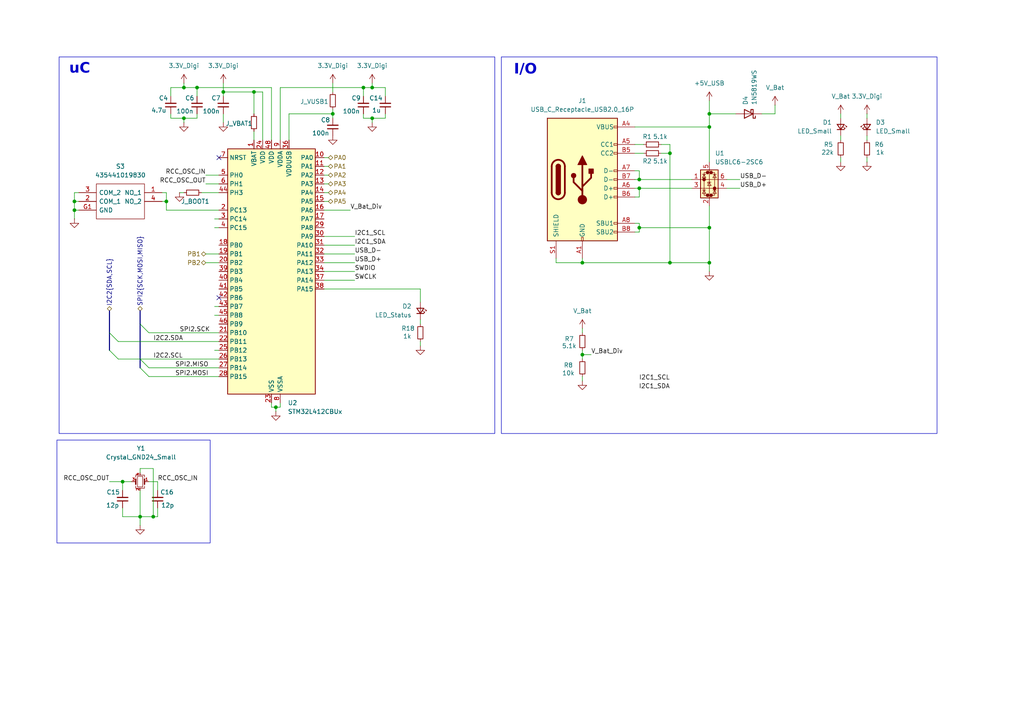
<source format=kicad_sch>
(kicad_sch (version 20231120) (generator "eeschema") (generator_version "8.0")
  (paper "A4")
  (lib_symbols
    (symbol "Connector:USB_C_Receptacle_USB2.0_16P" (pin_names (offset 1.016))
      (property "Reference" "J" (at 0 22.225 0))
      (property "Value" "USB_C_Receptacle_USB2.0_16P" (at 0 19.685 0))
      (symbol "USB_C_Receptacle_USB2.0_16P_0_0"
        (rectangle (start -0.254 -17.78) (end 0.254 -16.764))
        (rectangle (start 10.16 -14.986) (end 9.144 -15.494))
        (rectangle (start 10.16 -12.446) (end 9.144 -12.954))
        (rectangle (start 10.16 -4.826) (end 9.144 -5.334))
        (rectangle (start 10.16 -2.286) (end 9.144 -2.794))
        (rectangle (start 10.16 0.254) (end 9.144 -0.254))
        (rectangle (start 10.16 2.794) (end 9.144 2.286))
        (rectangle (start 10.16 7.874) (end 9.144 7.366))
        (rectangle (start 10.16 10.414) (end 9.144 9.906))
        (rectangle (start 10.16 15.494) (end 9.144 14.986))
      )
      (symbol "USB_C_Receptacle_USB2.0_16P_0_1"
        (rectangle (start -10.16 17.78) (end 10.16 -17.78) (stroke (width 0.254)) (fill (type background)))
        (arc (start -8.89 -3.81) (mid -6.985 -5.7067) (end -5.08 -3.81) (stroke (width 0.508)))
        (arc (start -7.62 -3.81) (mid -6.985 -4.4423) (end -6.35 -3.81) (stroke (width 0.254)))
        (arc (start -7.62 -3.81) (mid -6.985 -4.4423) (end -6.35 -3.81) (stroke (width 0.254)) (fill (type outline)))
        (rectangle (start -7.62 -3.81) (end -6.35 3.81) (stroke (width 0.254)) (fill (type outline)))
        (arc (start -6.35 3.81) (mid -6.985 4.4423) (end -7.62 3.81) (stroke (width 0.254)))
        (arc (start -6.35 3.81) (mid -6.985 4.4423) (end -7.62 3.81) (stroke (width 0.254)) (fill (type outline)))
        (arc (start -5.08 3.81) (mid -6.985 5.7067) (end -8.89 3.81) (stroke (width 0.508)))
        (circle (center -2.54 1.143) (radius 0.635) (stroke (width 0.254)) (fill (type outline)))
        (circle (center 0 -5.842) (radius 1.27) (fill (type outline)))
        (polyline (pts (xy -8.89 -3.81) (xy -8.89 3.81)) (stroke (width 0.508)))
        (polyline (pts (xy -5.08 3.81) (xy -5.08 -3.81)) (stroke (width 0.508)))
        (polyline (pts (xy 0 -5.842) (xy 0 4.318)) (stroke (width 0.508)))
        (polyline (pts (xy 0 -3.302) (xy -2.54 -0.762) (xy -2.54 0.508)) (stroke (width 0.508)))
        (polyline (pts (xy 0 -2.032) (xy 2.54 0.508) (xy 2.54 1.778)) (stroke (width 0.508)))
        (polyline (pts (xy -1.27 4.318) (xy 0 6.858) (xy 1.27 4.318) (xy -1.27 4.318)) (stroke (width 0.254)) (fill (type outline)))
        (rectangle (start 1.905 1.778) (end 3.175 3.048) (stroke (width 0.254)) (fill (type outline)))
      )
      (symbol "USB_C_Receptacle_USB2.0_16P_1_1"
        (pin passive line (at 0 -22.86 90) (length 5.08) (name "GND") (number "A1"))
        (pin passive line (at 0 -22.86 90) (length 5.08) hide (name "GND") (number "A12"))
        (pin passive line (at 15.24 15.24 180) (length 5.08) (name "VBUS") (number "A4"))
        (pin bidirectional line (at 15.24 10.16 180) (length 5.08) (name "CC1") (number "A5"))
        (pin bidirectional line (at 15.24 -2.54 180) (length 5.08) (name "D+") (number "A6"))
        (pin bidirectional line (at 15.24 2.54 180) (length 5.08) (name "D-") (number "A7"))
        (pin bidirectional line (at 15.24 -12.7 180) (length 5.08) (name "SBU1") (number "A8"))
        (pin passive line (at 15.24 15.24 180) (length 5.08) hide (name "VBUS") (number "A9"))
        (pin passive line (at 0 -22.86 90) (length 5.08) hide (name "GND") (number "B1"))
        (pin passive line (at 0 -22.86 90) (length 5.08) hide (name "GND") (number "B12"))
        (pin passive line (at 15.24 15.24 180) (length 5.08) hide (name "VBUS") (number "B4"))
        (pin bidirectional line (at 15.24 7.62 180) (length 5.08) (name "CC2") (number "B5"))
        (pin bidirectional line (at 15.24 -5.08 180) (length 5.08) (name "D+") (number "B6"))
        (pin bidirectional line (at 15.24 0 180) (length 5.08) (name "D-") (number "B7"))
        (pin bidirectional line (at 15.24 -15.24 180) (length 5.08) (name "SBU2") (number "B8"))
        (pin passive line (at 15.24 15.24 180) (length 5.08) hide (name "VBUS") (number "B9"))
        (pin passive line (at -7.62 -22.86 90) (length 5.08) (name "SHIELD") (number "S1"))
      )
    )
    (symbol "Device:C_Small" (pin_numbers hide) (pin_names (offset 0.254) hide)
      (property "Reference" "C" (at 0.254 1.778 0))
      (property "Value" "C_Small" (at 0.254 -2.032 0))
      (symbol "C_Small_0_1"
        (polyline (pts (xy -1.524 -0.508) (xy 1.524 -0.508)) (stroke (width 0.3302)))
        (polyline (pts (xy -1.524 0.508) (xy 1.524 0.508)) (stroke (width 0.3048)))
      )
      (symbol "C_Small_1_1"
        (pin passive line (at 0 2.54 270) (length 2.032) (name "~") (number "1"))
        (pin passive line (at 0 -2.54 90) (length 2.032) (name "~") (number "2"))
      )
    )
    (symbol "Device:Crystal_GND24_Small" (pin_names (offset 1.016) hide)
      (property "Reference" "Y" (at 1.27 4.445 0))
      (property "Value" "Crystal_GND24_Small" (at 1.27 2.54 0))
      (symbol "Crystal_GND24_Small_0_1"
        (rectangle (start -0.762 -1.524) (end 0.762 1.524))
        (polyline (pts (xy -1.27 -0.762) (xy -1.27 0.762)) (stroke (width 0.381)))
        (polyline (pts (xy 1.27 -0.762) (xy 1.27 0.762)) (stroke (width 0.381)))
        (polyline (pts (xy -1.27 -1.27) (xy -1.27 -1.905) (xy 1.27 -1.905) (xy 1.27 -1.27)))
        (polyline (pts (xy -1.27 1.27) (xy -1.27 1.905) (xy 1.27 1.905) (xy 1.27 1.27)))
      )
      (symbol "Crystal_GND24_Small_1_1"
        (pin passive line (at -2.54 0 0) (length 1.27) (name "1") (number "1"))
        (pin passive line (at 0 -2.54 90) (length 0.635) (name "2") (number "2"))
        (pin passive line (at 2.54 0 180) (length 1.27) (name "3") (number "3"))
        (pin passive line (at 0 2.54 270) (length 0.635) (name "4") (number "4"))
      )
    )
    (symbol "Device:LED_Small" (pin_numbers hide) (pin_names (offset 0.254) hide)
      (property "Reference" "D" (at -1.27 3.175 0))
      (property "Value" "LED_Small" (at -4.445 -2.54 0))
      (symbol "LED_Small_0_1"
        (polyline (pts (xy -0.762 -1.016) (xy -0.762 1.016)) (stroke (width 0.254)))
        (polyline (pts (xy 1.016 0) (xy -0.762 0)))
        (polyline (pts (xy 0.762 -1.016) (xy -0.762 0) (xy 0.762 1.016) (xy 0.762 -1.016)) (stroke (width 0.254)))
        (polyline (pts (xy 0 0.762) (xy -0.508 1.27) (xy -0.254 1.27) (xy -0.508 1.27) (xy -0.508 1.016)))
        (polyline (pts (xy 0.508 1.27) (xy 0 1.778) (xy 0.254 1.778) (xy 0 1.778) (xy 0 1.524)))
      )
      (symbol "LED_Small_1_1"
        (pin passive line (at -2.54 0 0) (length 1.778) (name "K") (number "1"))
        (pin passive line (at 2.54 0 180) (length 1.778) (name "A") (number "2"))
      )
    )
    (symbol "Device:R_Small" (pin_numbers hide) (pin_names (offset 0.254) hide)
      (property "Reference" "R" (at 0.762 0.508 0))
      (property "Value" "R_Small" (at 0.762 -1.016 0))
      (symbol "R_Small_0_1"
        (rectangle (start -0.762 1.778) (end 0.762 -1.778) (stroke (width 0.2032)))
      )
      (symbol "R_Small_1_1"
        (pin passive line (at 0 2.54 270) (length 0.762) (name "~") (number "1"))
        (pin passive line (at 0 -2.54 90) (length 0.762) (name "~") (number "2"))
      )
    )
    (symbol "Diode:1N5819WS" (pin_numbers hide) (pin_names (offset 1.016) hide)
      (property "Reference" "D" (at 0 2.54 0))
      (property "Value" "1N5819WS" (at 0 -2.54 0))
      (symbol "1N5819WS_0_1"
        (polyline (pts (xy 1.27 0) (xy -1.27 0)))
        (polyline (pts (xy 1.27 1.27) (xy 1.27 -1.27) (xy -1.27 0) (xy 1.27 1.27)) (stroke (width 0.254)))
        (polyline (pts (xy -1.905 0.635) (xy -1.905 1.27) (xy -1.27 1.27) (xy -1.27 -1.27) (xy -0.635 -1.27) (xy -0.635 -0.635)) (stroke (width 0.254)))
      )
      (symbol "1N5819WS_1_1"
        (pin passive line (at -3.81 0 0) (length 2.54) (name "K") (number "1"))
        (pin passive line (at 3.81 0 180) (length 2.54) (name "A") (number "2"))
      )
    )
    (symbol "FC_Library:435441019830" (pin_names (offset 0.762))
      (property "Reference" "S" (at 4.318 7.366 0))
      (property "Value" "435441019830" (at 4.318 4.826 0))
      (symbol "435441019830_0_0"
        (pin passive line (at 0 0 0) (length 5.08) (name "NO_1") (number "1"))
        (pin passive line (at 24.13 -2.54 180) (length 5.08) (name "COM_1") (number "2"))
        (pin passive line (at 24.13 0 180) (length 5.08) (name "COM_2") (number "3"))
        (pin passive line (at 0 -2.54 0) (length 5.08) (name "NO_2") (number "4"))
        (pin passive line (at 24.13 -5.08 180) (length 5.08) (name "GND") (number "G1"))
      )
      (symbol "435441019830_0_1"
        (polyline (pts (xy 5.08 2.54) (xy 19.05 2.54) (xy 19.05 -7.62) (xy 5.08 -7.62) (xy 5.08 2.54)) (stroke (width 0.1524)))
      )
    )
    (symbol "MCU_ST_STM32L4:STM32L412CBUx"
      (property "Reference" "U" (at -12.7 36.83 0))
      (property "Value" "STM32L412CBUx" (at 7.62 36.83 0))
      (symbol "STM32L412CBUx_0_1"
        (rectangle (start -12.7 -35.56) (end 12.7 35.56) (stroke (width 0.254)) (fill (type background)))
      )
      (symbol "STM32L412CBUx_1_1"
        (pin power_in line (at -5.08 38.1 270) (length 2.54) (name "VBAT") (number "1"))
        (pin bidirectional line (at 15.24 33.02 180) (length 2.54) (name "PA0") (number "10"))
        (pin bidirectional line (at 15.24 30.48 180) (length 2.54) (name "PA1") (number "11"))
        (pin bidirectional line (at 15.24 27.94 180) (length 2.54) (name "PA2") (number "12"))
        (pin bidirectional line (at 15.24 25.4 180) (length 2.54) (name "PA3") (number "13"))
        (pin bidirectional line (at 15.24 22.86 180) (length 2.54) (name "PA4") (number "14"))
        (pin bidirectional line (at 15.24 20.32 180) (length 2.54) (name "PA5") (number "15"))
        (pin bidirectional line (at 15.24 17.78 180) (length 2.54) (name "PA6") (number "16"))
        (pin bidirectional line (at 15.24 15.24 180) (length 2.54) (name "PA7") (number "17"))
        (pin bidirectional line (at -15.24 7.62 0) (length 2.54) (name "PB0") (number "18"))
        (pin bidirectional line (at -15.24 5.08 0) (length 2.54) (name "PB1") (number "19"))
        (pin bidirectional line (at -15.24 17.78 0) (length 2.54) (name "PC13") (number "2"))
        (pin bidirectional line (at -15.24 2.54 0) (length 2.54) (name "PB2") (number "20"))
        (pin bidirectional line (at -15.24 -17.78 0) (length 2.54) (name "PB10") (number "21"))
        (pin bidirectional line (at -15.24 -20.32 0) (length 2.54) (name "PB11") (number "22"))
        (pin power_in line (at 0 -38.1 90) (length 2.54) (name "VSS") (number "23"))
        (pin power_in line (at -2.54 38.1 270) (length 2.54) (name "VDD") (number "24"))
        (pin bidirectional line (at -15.24 -22.86 0) (length 2.54) (name "PB12") (number "25"))
        (pin bidirectional line (at -15.24 -25.4 0) (length 2.54) (name "PB13") (number "26"))
        (pin bidirectional line (at -15.24 -27.94 0) (length 2.54) (name "PB14") (number "27"))
        (pin bidirectional line (at -15.24 -30.48 0) (length 2.54) (name "PB15") (number "28"))
        (pin bidirectional line (at 15.24 12.7 180) (length 2.54) (name "PA8") (number "29"))
        (pin bidirectional line (at -15.24 15.24 0) (length 2.54) (name "PC14") (number "3"))
        (pin bidirectional line (at 15.24 10.16 180) (length 2.54) (name "PA9") (number "30"))
        (pin bidirectional line (at 15.24 7.62 180) (length 2.54) (name "PA10") (number "31"))
        (pin bidirectional line (at 15.24 5.08 180) (length 2.54) (name "PA11") (number "32"))
        (pin bidirectional line (at 15.24 2.54 180) (length 2.54) (name "PA12") (number "33"))
        (pin bidirectional line (at 15.24 0 180) (length 2.54) (name "PA13") (number "34"))
        (pin passive line (at 0 -38.1 90) (length 2.54) hide (name "VSS") (number "35"))
        (pin power_in line (at 5.08 38.1 270) (length 2.54) (name "VDDUSB") (number "36"))
        (pin bidirectional line (at 15.24 -2.54 180) (length 2.54) (name "PA14") (number "37"))
        (pin bidirectional line (at 15.24 -5.08 180) (length 2.54) (name "PA15") (number "38"))
        (pin bidirectional line (at -15.24 0 0) (length 2.54) (name "PB3") (number "39"))
        (pin bidirectional line (at -15.24 12.7 0) (length 2.54) (name "PC15") (number "4"))
        (pin bidirectional line (at -15.24 -2.54 0) (length 2.54) (name "PB4") (number "40"))
        (pin bidirectional line (at -15.24 -5.08 0) (length 2.54) (name "PB5") (number "41"))
        (pin bidirectional line (at -15.24 -7.62 0) (length 2.54) (name "PB6") (number "42"))
        (pin bidirectional line (at -15.24 -10.16 0) (length 2.54) (name "PB7") (number "43"))
        (pin bidirectional line (at -15.24 22.86 0) (length 2.54) (name "PH3") (number "44"))
        (pin bidirectional line (at -15.24 -12.7 0) (length 2.54) (name "PB8") (number "45"))
        (pin bidirectional line (at -15.24 -15.24 0) (length 2.54) (name "PB9") (number "46"))
        (pin passive line (at 0 -38.1 90) (length 2.54) hide (name "VSS") (number "47"))
        (pin power_in line (at 0 38.1 270) (length 2.54) (name "VDD") (number "48"))
        (pin passive line (at 0 -38.1 90) (length 2.54) hide (name "VSS") (number "49"))
        (pin bidirectional line (at -15.24 27.94 0) (length 2.54) (name "PH0") (number "5"))
        (pin bidirectional line (at -15.24 25.4 0) (length 2.54) (name "PH1") (number "6"))
        (pin input line (at -15.24 33.02 0) (length 2.54) (name "NRST") (number "7"))
        (pin power_in line (at 2.54 -38.1 90) (length 2.54) (name "VSSA") (number "8"))
        (pin power_in line (at 2.54 38.1 270) (length 2.54) (name "VDDA") (number "9"))
      )
    )
    (symbol "Power_Protection:USBLC6-2SC6" (pin_names hide)
      (property "Reference" "U" (at 0.635 5.715 0))
      (property "Value" "USBLC6-2SC6" (at 0.635 3.81 0))
      (symbol "USBLC6-2SC6_0_0"
        (circle (center -1.524 0) (radius 0.0001) (stroke (width 0.508)))
        (circle (center -0.508 -4.572) (radius 0.0001) (stroke (width 0.508)))
        (circle (center -0.508 2.032) (radius 0.0001) (stroke (width 0.508)))
        (circle (center 0.508 -4.572) (radius 0.0001) (stroke (width 0.508)))
        (circle (center 0.508 2.032) (radius 0.0001) (stroke (width 0.508)))
        (circle (center 1.524 -2.54) (radius 0.0001) (stroke (width 0.508)))
      )
      (symbol "USBLC6-2SC6_0_1"
        (polyline (pts (xy -2.54 -2.54) (xy 2.54 -2.54)))
        (polyline (pts (xy -2.54 0) (xy 2.54 0)))
        (polyline (pts (xy -2.032 -3.048) (xy -1.016 -3.048)))
        (polyline (pts (xy -1.016 1.524) (xy -2.032 1.524)))
        (polyline (pts (xy 1.016 -3.048) (xy 2.032 -3.048)))
        (polyline (pts (xy 1.016 1.524) (xy 2.032 1.524)))
        (polyline (pts (xy -0.508 -1.143) (xy -0.508 -0.762) (xy 0.508 -0.762)))
        (polyline (pts (xy -2.032 0.508) (xy -1.016 0.508) (xy -1.524 1.524) (xy -2.032 0.508)))
        (polyline (pts (xy -1.016 -4.064) (xy -2.032 -4.064) (xy -1.524 -3.048) (xy -1.016 -4.064)))
        (polyline (pts (xy 0.508 -1.778) (xy -0.508 -1.778) (xy 0 -0.762) (xy 0.508 -1.778)))
        (polyline (pts (xy 2.032 -4.064) (xy 1.016 -4.064) (xy 1.524 -3.048) (xy 2.032 -4.064)))
        (polyline (pts (xy 2.032 0.508) (xy 1.016 0.508) (xy 1.524 1.524) (xy 2.032 0.508)))
        (polyline (pts (xy 0 2.54) (xy -0.508 2.032) (xy 0.508 2.032) (xy 0 1.524) (xy 0 -4.064) (xy -0.508 -4.572) (xy 0.508 -4.572) (xy 0 -5.08)))
      )
      (symbol "USBLC6-2SC6_1_1"
        (rectangle (start -2.54 2.794) (end 2.54 -5.334) (stroke (width 0.254)) (fill (type background)))
        (polyline (pts (xy -0.508 2.032) (xy -1.524 2.032) (xy -1.524 -4.572) (xy -0.508 -4.572)))
        (polyline (pts (xy 0.508 -4.572) (xy 1.524 -4.572) (xy 1.524 2.032) (xy 0.508 2.032)))
        (pin passive line (at -5.08 0 0) (length 2.54) (name "I/O1") (number "1"))
        (pin passive line (at 0 -7.62 90) (length 2.54) (name "GND") (number "2"))
        (pin passive line (at -5.08 -2.54 0) (length 2.54) (name "I/O2") (number "3"))
        (pin passive line (at 5.08 -2.54 180) (length 2.54) (name "I/O2") (number "4"))
        (pin passive line (at 0 5.08 270) (length 2.54) (name "VBUS") (number "5"))
        (pin passive line (at 5.08 0 180) (length 2.54) (name "I/O1") (number "6"))
      )
    )
    (symbol "power:+3V3" (power) (pin_numbers hide) (pin_names (offset 0) hide)
      (property "Value" "+3V3" (at 0 3.556 0))
      (symbol "+3V3_0_1"
        (polyline (pts (xy -0.762 1.27) (xy 0 2.54)))
        (polyline (pts (xy 0 0) (xy 0 2.54)))
        (polyline (pts (xy 0 2.54) (xy 0.762 1.27)))
      )
      (symbol "+3V3_1_1"
        (pin power_in line (at 0 0 90) (length 0) (name "~") (number "1"))
      )
    )
    (symbol "power:+5V" (power) (pin_numbers hide) (pin_names (offset 0) hide)
      (property "Value" "+5V" (at 0 3.556 0))
      (symbol "+5V_0_1"
        (polyline (pts (xy -0.762 1.27) (xy 0 2.54)))
        (polyline (pts (xy 0 0) (xy 0 2.54)))
        (polyline (pts (xy 0 2.54) (xy 0.762 1.27)))
      )
      (symbol "+5V_1_1"
        (pin power_in line (at 0 0 90) (length 0) (name "~") (number "1"))
      )
    )
    (symbol "power:+6V" (power) (pin_numbers hide) (pin_names (offset 0) hide)
      (property "Value" "+6V" (at 0 3.556 0))
      (symbol "+6V_0_1"
        (polyline (pts (xy -0.762 1.27) (xy 0 2.54)))
        (polyline (pts (xy 0 0) (xy 0 2.54)))
        (polyline (pts (xy 0 2.54) (xy 0.762 1.27)))
      )
      (symbol "+6V_1_1"
        (pin power_in line (at 0 0 90) (length 0) (name "~") (number "1"))
      )
    )
    (symbol "power:GND" (power) (pin_numbers hide) (pin_names (offset 0) hide)
      (property "Value" "GND" (at 0 -3.81 0))
      (symbol "GND_0_1"
        (polyline (pts (xy 0 0) (xy 0 -1.27) (xy 1.27 -1.27) (xy 0 -2.54) (xy -1.27 -1.27) (xy 0 -1.27)))
      )
      (symbol "GND_1_1"
        (pin power_in line (at 0 0 270) (length 0) (name "~") (number "1"))
      )
    )
  )
  (junction (at 105.41 25.4))
  (junction (at 35.56 139.7))
  (junction (at 185.42 52.07))
  (junction (at 168.91 102.87))
  (junction (at 73.66 26.67))
  (junction (at 194.31 44.45))
  (junction (at 205.74 33.02))
  (junction (at 80.01 118.11))
  (junction (at 21.59 60.96))
  (junction (at 107.95 25.4))
  (junction (at 53.34 25.4))
  (junction (at 205.74 66.04))
  (junction (at 205.74 36.83))
  (junction (at 107.95 34.29))
  (junction (at 48.26 58.42))
  (junction (at 185.42 66.04))
  (junction (at 53.34 34.29))
  (junction (at 57.15 25.4))
  (junction (at 64.77 26.67))
  (junction (at 96.52 33.02))
  (junction (at 21.59 58.42))
  (junction (at 168.91 76.2))
  (junction (at 44.45 149.86))
  (junction (at 185.42 54.61))
  (junction (at 194.31 76.2))
  (junction (at 40.64 149.86))
  (junction (at 205.74 76.2))
  (no_connect (at 63.5 86.36))
  (no_connect (at 63.5 45.72))
  (bus_entry (at 31.75 96.52) (size 2.54 2.54))
  (bus_entry (at 31.75 101.6) (size 2.54 2.54))
  (bus_entry (at 40.64 104.14) (size 2.54 2.54))
  (bus_entry (at 40.64 106.68) (size 2.54 2.54))
  (bus_entry (at 40.64 93.98) (size 2.54 2.54))
  (wire (pts (xy 96.52 24.13) (xy 96.52 26.67)))
  (wire (pts (xy 95.25 48.26) (xy 93.98 48.26)))
  (wire (pts (xy 185.42 66.04) (xy 205.74 66.04)))
  (wire (pts (xy 168.91 110.49) (xy 168.91 109.22)))
  (wire (pts (xy 58.42 55.88) (xy 63.5 55.88)))
  (wire (pts (xy 53.34 35.56) (xy 53.34 34.29)))
  (wire (pts (xy 210.82 52.07) (xy 214.63 52.07)))
  (wire (pts (xy 81.28 40.64) (xy 81.28 25.4)))
  (wire (pts (xy 43.18 139.7) (xy 45.72 139.7)))
  (wire (pts (xy 49.53 34.29) (xy 49.53 33.02)))
  (wire (pts (xy 95.25 53.34) (xy 93.98 53.34)))
  (wire (pts (xy 200.66 52.07) (xy 185.42 52.07)))
  (wire (pts (xy 62.23 88.9) (xy 63.5 88.9)))
  (wire (pts (xy 191.77 44.45) (xy 194.31 44.45)))
  (wire (pts (xy 185.42 54.61) (xy 185.42 57.15)))
  (wire (pts (xy 43.18 109.22) (xy 63.5 109.22)))
  (wire (pts (xy 95.25 50.8) (xy 93.98 50.8)))
  (wire (pts (xy 52.07 55.88) (xy 53.34 55.88)))
  (wire (pts (xy 121.92 100.33) (xy 121.92 99.06)))
  (wire (pts (xy 243.84 33.02) (xy 243.84 34.29)))
  (wire (pts (xy 53.34 24.13) (xy 53.34 25.4)))
  (wire (pts (xy 168.91 101.6) (xy 168.91 102.87)))
  (wire (pts (xy 194.31 44.45) (xy 194.31 76.2)))
  (wire (pts (xy 205.74 76.2) (xy 194.31 76.2)))
  (wire (pts (xy 171.45 102.87) (xy 168.91 102.87)))
  (wire (pts (xy 107.95 25.4) (xy 111.76 25.4)))
  (wire (pts (xy 96.52 33.02) (xy 96.52 31.75)))
  (wire (pts (xy 21.59 63.5) (xy 21.59 60.96)))
  (wire (pts (xy 46.99 55.88) (xy 48.26 55.88)))
  (wire (pts (xy 93.98 81.28) (xy 102.87 81.28)))
  (wire (pts (xy 121.92 83.82) (xy 93.98 83.82)))
  (wire (pts (xy 59.69 73.66) (xy 63.5 73.66)))
  (wire (pts (xy 205.74 33.02) (xy 213.36 33.02)))
  (wire (pts (xy 62.23 66.04) (xy 63.5 66.04)))
  (wire (pts (xy 105.41 33.02) (xy 105.41 34.29)))
  (wire (pts (xy 251.46 46.99) (xy 251.46 45.72)))
  (wire (pts (xy 121.92 93.98) (xy 121.92 92.71)))
  (wire (pts (xy 185.42 64.77) (xy 185.42 66.04)))
  (wire (pts (xy 64.77 26.67) (xy 73.66 26.67)))
  (wire (pts (xy 205.74 76.2) (xy 205.74 66.04)))
  (wire (pts (xy 191.77 41.91) (xy 194.31 41.91)))
  (wire (pts (xy 49.53 27.94) (xy 49.53 25.4)))
  (wire (pts (xy 121.92 83.82) (xy 121.92 87.63)))
  (wire (pts (xy 43.18 96.52) (xy 63.5 96.52)))
  (wire (pts (xy 185.42 57.15) (xy 184.15 57.15)))
  (wire (pts (xy 161.29 76.2) (xy 161.29 74.93)))
  (wire (pts (xy 81.28 25.4) (xy 105.41 25.4)))
  (bus (pts (xy 31.75 96.52) (xy 31.75 101.6)))
  (bus (pts (xy 31.75 90.17) (xy 31.75 96.52)))
  (wire (pts (xy 105.41 25.4) (xy 105.41 27.94)))
  (wire (pts (xy 44.45 135.89) (xy 44.45 149.86)))
  (wire (pts (xy 102.87 71.12) (xy 93.98 71.12)))
  (wire (pts (xy 243.84 39.37) (xy 243.84 40.64)))
  (wire (pts (xy 45.72 149.86) (xy 45.72 147.32)))
  (wire (pts (xy 205.74 29.21) (xy 205.74 33.02)))
  (wire (pts (xy 220.98 33.02) (xy 224.79 33.02)))
  (wire (pts (xy 59.69 76.2) (xy 63.5 76.2)))
  (wire (pts (xy 185.42 52.07) (xy 184.15 52.07)))
  (wire (pts (xy 53.34 34.29) (xy 57.15 34.29)))
  (wire (pts (xy 251.46 39.37) (xy 251.46 40.64)))
  (wire (pts (xy 168.91 74.93) (xy 168.91 76.2)))
  (wire (pts (xy 102.87 68.58) (xy 93.98 68.58)))
  (wire (pts (xy 35.56 149.86) (xy 40.64 149.86)))
  (wire (pts (xy 81.28 118.11) (xy 81.28 116.84)))
  (wire (pts (xy 107.95 34.29) (xy 107.95 35.56)))
  (wire (pts (xy 107.95 24.13) (xy 107.95 25.4)))
  (wire (pts (xy 78.74 25.4) (xy 78.74 40.64)))
  (wire (pts (xy 59.69 50.8) (xy 63.5 50.8)))
  (wire (pts (xy 64.77 27.94) (xy 64.77 26.67)))
  (wire (pts (xy 105.41 25.4) (xy 107.95 25.4)))
  (wire (pts (xy 184.15 41.91) (xy 186.69 41.91)))
  (wire (pts (xy 73.66 38.1) (xy 73.66 40.64)))
  (wire (pts (xy 243.84 46.99) (xy 243.84 45.72)))
  (wire (pts (xy 44.45 149.86) (xy 45.72 149.86)))
  (wire (pts (xy 93.98 73.66) (xy 102.87 73.66)))
  (wire (pts (xy 53.34 25.4) (xy 57.15 25.4)))
  (wire (pts (xy 168.91 95.25) (xy 168.91 96.52)))
  (wire (pts (xy 205.74 66.04) (xy 205.74 59.69)))
  (wire (pts (xy 45.72 139.7) (xy 45.72 142.24)))
  (wire (pts (xy 80.01 118.11) (xy 80.01 119.38)))
  (wire (pts (xy 40.64 137.16) (xy 40.64 135.89)))
  (wire (pts (xy 34.29 104.14) (xy 40.64 104.14)))
  (wire (pts (xy 95.25 58.42) (xy 93.98 58.42)))
  (wire (pts (xy 21.59 58.42) (xy 22.86 58.42)))
  (wire (pts (xy 40.64 104.14) (xy 63.5 104.14)))
  (wire (pts (xy 35.56 149.86) (xy 35.56 147.32)))
  (wire (pts (xy 184.15 44.45) (xy 186.69 44.45)))
  (wire (pts (xy 40.64 142.24) (xy 40.64 149.86)))
  (wire (pts (xy 168.91 76.2) (xy 194.31 76.2)))
  (wire (pts (xy 111.76 34.29) (xy 111.76 33.02)))
  (wire (pts (xy 48.26 60.96) (xy 63.5 60.96)))
  (wire (pts (xy 184.15 54.61) (xy 185.42 54.61)))
  (wire (pts (xy 184.15 64.77) (xy 185.42 64.77)))
  (wire (pts (xy 40.64 149.86) (xy 44.45 149.86)))
  (wire (pts (xy 111.76 27.94) (xy 111.76 25.4)))
  (wire (pts (xy 185.42 67.31) (xy 184.15 67.31)))
  (wire (pts (xy 101.6 60.96) (xy 93.98 60.96)))
  (wire (pts (xy 73.66 26.67) (xy 76.2 26.67)))
  (wire (pts (xy 21.59 60.96) (xy 21.59 58.42)))
  (wire (pts (xy 185.42 54.61) (xy 200.66 54.61)))
  (wire (pts (xy 21.59 58.42) (xy 21.59 55.88)))
  (wire (pts (xy 205.74 33.02) (xy 205.74 36.83)))
  (wire (pts (xy 102.87 76.2) (xy 93.98 76.2)))
  (bus (pts (xy 40.64 90.17) (xy 40.64 93.98)))
  (wire (pts (xy 95.25 55.88) (xy 93.98 55.88)))
  (bus (pts (xy 40.64 104.14) (xy 40.64 106.68)))
  (wire (pts (xy 40.64 149.86) (xy 40.64 152.4)))
  (wire (pts (xy 31.75 139.7) (xy 35.56 139.7)))
  (wire (pts (xy 194.31 41.91) (xy 194.31 44.45)))
  (wire (pts (xy 76.2 26.67) (xy 76.2 40.64)))
  (wire (pts (xy 53.34 34.29) (xy 49.53 34.29)))
  (wire (pts (xy 57.15 25.4) (xy 78.74 25.4)))
  (wire (pts (xy 83.82 33.02) (xy 96.52 33.02)))
  (wire (pts (xy 46.99 58.42) (xy 48.26 58.42)))
  (wire (pts (xy 48.26 55.88) (xy 48.26 58.42)))
  (wire (pts (xy 57.15 27.94) (xy 57.15 25.4)))
  (wire (pts (xy 205.74 78.74) (xy 205.74 76.2)))
  (wire (pts (xy 62.23 63.5) (xy 63.5 63.5)))
  (wire (pts (xy 184.15 49.53) (xy 185.42 49.53)))
  (wire (pts (xy 21.59 55.88) (xy 22.86 55.88)))
  (wire (pts (xy 59.69 53.34) (xy 63.5 53.34)))
  (wire (pts (xy 64.77 24.13) (xy 64.77 26.67)))
  (wire (pts (xy 81.28 118.11) (xy 80.01 118.11)))
  (wire (pts (xy 49.53 25.4) (xy 53.34 25.4)))
  (wire (pts (xy 161.29 76.2) (xy 168.91 76.2)))
  (wire (pts (xy 34.29 99.06) (xy 63.5 99.06)))
  (wire (pts (xy 43.18 106.68) (xy 63.5 106.68)))
  (wire (pts (xy 48.26 58.42) (xy 48.26 60.96)))
  (wire (pts (xy 205.74 36.83) (xy 205.74 46.99)))
  (wire (pts (xy 251.46 33.02) (xy 251.46 34.29)))
  (wire (pts (xy 64.77 35.56) (xy 64.77 33.02)))
  (wire (pts (xy 83.82 33.02) (xy 83.82 40.64)))
  (wire (pts (xy 184.15 36.83) (xy 205.74 36.83)))
  (wire (pts (xy 78.74 118.11) (xy 78.74 116.84)))
  (wire (pts (xy 73.66 26.67) (xy 73.66 33.02)))
  (bus (pts (xy 40.64 93.98) (xy 40.64 104.14)))
  (wire (pts (xy 185.42 49.53) (xy 185.42 52.07)))
  (wire (pts (xy 40.64 135.89) (xy 44.45 135.89)))
  (wire (pts (xy 62.23 101.6) (xy 63.5 101.6)))
  (wire (pts (xy 62.23 91.44) (xy 63.5 91.44)))
  (wire (pts (xy 96.52 34.29) (xy 96.52 33.02)))
  (wire (pts (xy 105.41 34.29) (xy 107.95 34.29)))
  (wire (pts (xy 168.91 102.87) (xy 168.91 104.14)))
  (wire (pts (xy 95.25 45.72) (xy 93.98 45.72)))
  (wire (pts (xy 210.82 54.61) (xy 214.63 54.61)))
  (wire (pts (xy 224.79 33.02) (xy 224.79 30.48)))
  (wire (pts (xy 185.42 66.04) (xy 185.42 67.31)))
  (wire (pts (xy 80.01 118.11) (xy 78.74 118.11)))
  (wire (pts (xy 93.98 78.74) (xy 102.87 78.74)))
  (wire (pts (xy 21.59 60.96) (xy 22.86 60.96)))
  (wire (pts (xy 107.95 34.29) (xy 111.76 34.29)))
  (wire (pts (xy 35.56 139.7) (xy 38.1 139.7)))
  (wire (pts (xy 57.15 34.29) (xy 57.15 33.02)))
  (wire (pts (xy 35.56 139.7) (xy 35.56 142.24)))
  (rectangle (start 16.51 127.635) (end 60.96 157.48))
  (rectangle (start 17.145 16.51) (end 143.51 125.73))
  (rectangle (start 145.415 16.51) (end 271.78 125.73))
  (text "uC" (at 23.114 20.828 0) (effects (font (size 3 3))))
  (text "I/O\n" (at 152.4 21.082 0) (effects (font (size 3 3))))
  (label "SWCLK" (at 102.87 81.28 0))
  (label "I2C1_SDA" (at 102.87 71.12 0))
  (label "RCC_OSC_OUT" (at 59.69 53.34 180))
  (label "V_Bat_Div" (at 101.6 60.96 0))
  (label "RCC_OSC_IN" (at 45.72 139.7 0))
  (label "I2C2.SCL" (at 44.45 104.14 0))
  (label "SWDIO" (at 102.87 78.74 0))
  (label "SPI2.MOSI" (at 50.8 109.22 0))
  (label "I2C2.SDA" (at 44.45 99.06 0))
  (label "I2C1_SCL" (at 102.87 68.58 0))
  (label "SPI2.MISO" (at 50.8 106.68 0))
  (label "USB_D+" (at 102.87 76.2 0))
  (label "I2C1_SCL" (at 194.31 110.49 180))
  (label "RCC_OSC_IN" (at 59.69 50.8 180))
  (label "USB_D-" (at 214.63 52.07 0))
  (label "USB_D+" (at 214.63 54.61 0))
  (label "RCC_OSC_OUT" (at 31.75 139.7 180))
  (label "SPI2.SCK" (at 52.07 96.52 0))
  (label "V_Bat_Div" (at 171.45 102.87 0))
  (label "I2C1_SDA" (at 194.31 113.03 180))
  (label "USB_D-" (at 102.87 73.66 0))
  (hierarchical_label "PB1" (shape bidirectional) (at 59.69 73.66 180))
  (hierarchical_label "SPI2{SCK,MOSI,MISO}" (shape bidirectional) (at 40.64 90.17 90))
  (hierarchical_label "PA5" (shape bidirectional) (at 95.25 58.42 0))
  (hierarchical_label "I2C2{SDA,SCL}" (shape bidirectional) (at 31.75 90.17 90))
  (hierarchical_label "PA1" (shape bidirectional) (at 95.25 48.26 0))
  (hierarchical_label "PA4" (shape bidirectional) (at 95.25 55.88 0))
  (hierarchical_label "PA0" (shape bidirectional) (at 95.25 45.72 0))
  (hierarchical_label "PA3" (shape bidirectional) (at 95.25 53.34 0))
  (hierarchical_label "PA2" (shape bidirectional) (at 95.25 50.8 0))
  (hierarchical_label "PB2" (shape bidirectional) (at 59.69 76.2 180))
  (symbol (lib_id "FC_Library:435441019830") (at 46.99 55.88 0) (mirror y) (unit 1)
    (property "Reference" "S3" (at 34.925 48.26 0))
    (property "Value" "435441019830" (at 34.925 50.8 0))
    (property "Footprint" "435441019830" (effects (hide yes)))
    (property "Datasheet" "https://www.we-online.com/catalog/datasheet/435441019830.pdf" (effects (hide yes)))
    (property "Description" "Tactile Switches WS-TASV Tact Switch Washable 4.1x2.8x1.9 mm SMT" (effects (hide yes)))
    (property "Description_1" "Tactile Switches WS-TASV Tact Switch Washable 4.1x2.8x1.9 mm SMT" (effects (hide yes)))
    (property "Height" "1.9" (effects (hide yes)))
    (property "Mouser Part Number" "710-435441019830" (effects (hide yes)))
    (property "Mouser Price/Stock" "https://www.mouser.co.uk/ProductDetail/Wurth-Elektronik/435441019830?qs=ufv2HEpFn%252BQgnhl%2FsZ0Vfw%3D%3D" (effects (hide yes)))
    (property "Manufacturer_Name" "Wurth Elektronik" (effects (hide yes)))
    (property "Manufacturer_Part_Number" "435441019830" (effects (hide yes)))
  )
  (symbol (lib_id "Device:R_Small") (at 168.91 99.06 180) (unit 1)
    (property "Reference" "R7" (at 165.1 98.298 0))
    (property "Value" "5.1k" (at 165.1 100.33 0))
    (property "Footprint" "Resistor_SMD:R_0603_1608Metric" (effects (hide yes)))
    (property "Description" "Resistor, small symbol" (effects (hide yes)))
    (instances (project "Flight_Controller" (path "" (reference "R7") (unit 1))) (project "GS_controller" (path "" (reference "R2") (unit 1))))
  )
  (symbol (lib_id "power:+3V3") (at 53.34 24.13 0) (unit 1)
    (property "Reference" "#PWR012" (effects (hide yes)))
    (property "Value" "3.3V_Digi" (at 53.34 19.05 0))
    (property "Description" "Power symbol creates a global label with name \"+3V3\"" (effects (hide yes)))
  )
  (symbol (lib_id "Diode:1N5819WS") (at 217.17 33.02 180) (unit 1)
    (property "Reference" "D4" (at 216.2174 30.48 90) (effects (justify right)))
    (property "Value" "1N5819WS" (at 218.7574 30.48 90) (effects (justify right)))
    (property "Footprint" "Diode_SMD:D_SOD-323" (effects (hide yes)))
    (property "Datasheet" "https://datasheet.lcsc.com/lcsc/2204281430_Guangdong-Hottech-1N5819WS_C191023.pdf" (effects (hide yes)))
    (property "Description" "40V 600mV@1A 1A SOD-323 Schottky Barrier Diodes, SOD-323" (effects (hide yes)))
  )
  (symbol (lib_id "power:GND") (at 205.74 78.74 0) (unit 1)
    (property "Reference" "#PWR04" (effects (hide yes)))
    (property "Value" "GND" (effects (hide yes)))
    (property "Description" "Power symbol creates a global label with name \"GND\" , ground" (effects (hide yes)))
  )
  (symbol (lib_id "Device:R_Small") (at 189.23 44.45 90) (mirror x) (unit 1)
    (property "Reference" "R2" (at 187.706 46.736 90))
    (property "Value" "5.1k" (at 191.516 46.736 90))
    (property "Footprint" "Resistor_SMD:R_0603_1608Metric" (effects (hide yes)))
    (property "Description" "Resistor, small symbol" (effects (hide yes)))
    (instances (project "Flight_Controller" (path "" (reference "R2") (unit 1))) (project "GS_controller" (path "" (reference "R13") (unit 1))))
  )
  (symbol (lib_id "Device:C_Small") (at 35.56 144.78 0) (mirror x) (unit 1)
    (property "Reference" "C15" (at 34.798 142.748 0) (effects (justify right)))
    (property "Value" "12p" (at 34.544 146.558 0) (effects (justify right)))
    (property "Footprint" "Capacitor_SMD:C_0402_1005Metric" (effects (hide yes)))
    (property "Description" "Unpolarized capacitor, small symbol" (effects (hide yes)))
  )
  (symbol (lib_id "power:+3V3") (at 251.46 33.02 0) (unit 1)
    (property "Reference" "#PWR08" (effects (hide yes)))
    (property "Value" "3.3V_Digi" (at 251.46 27.94 0))
    (property "Description" "Power symbol creates a global label with name \"+3V3\"" (effects (hide yes)))
  )
  (symbol (lib_id "power:GND") (at 64.77 35.56 0) (unit 1)
    (property "Reference" "#PWR016" (effects (hide yes)))
    (property "Value" "GND" (effects (hide yes)))
    (property "Description" "Power symbol creates a global label with name \"GND\" , ground" (effects (hide yes)))
  )
  (symbol (lib_id "power:GND") (at 40.64 152.4 0) (unit 1)
    (property "Reference" "#PWR022" (effects (hide yes)))
    (property "Value" "GND" (effects (hide yes)))
    (property "Description" "Power symbol creates a global label with name \"GND\" , ground" (effects (hide yes)))
  )
  (symbol (lib_id "Device:Crystal_GND24_Small") (at 40.64 139.7 0) (mirror y) (unit 1)
    (property "Reference" "Y1" (at 40.894 130.048 0))
    (property "Value" "Crystal_GND24_Small" (at 40.894 132.588 0))
    (property "Footprint" "FC_footrpints:ABM8W480000MHZ6D1XT3" (effects (hide yes)))
    (property "Description" "Four pin crystal, GND on pins 2 and 4, small symbol" (effects (hide yes)))
  )
  (symbol (lib_id "power:+6V") (at 243.84 33.02 0) (mirror y) (unit 1)
    (property "Reference" "#PWR06" (effects (hide yes)))
    (property "Value" "V_Bat" (at 243.84 27.94 0))
    (property "Description" "Power symbol creates a global label with name \"+6V\"" (effects (hide yes)))
  )
  (symbol (lib_id "power:+6V") (at 168.91 95.25 0) (unit 1)
    (property "Reference" "#PWR023" (effects (hide yes)))
    (property "Value" "V_Bat" (at 168.91 90.17 0))
    (property "Description" "Power symbol creates a global label with name \"+6V\"" (effects (hide yes)))
  )
  (symbol (lib_id "Device:C_Small") (at 96.52 36.83 0) (mirror x) (unit 1)
    (property "Reference" "C8" (at 95.758 34.798 0) (effects (justify right)))
    (property "Value" "100n" (at 95.504 38.608 0) (effects (justify right)))
    (property "Footprint" "Capacitor_SMD:C_0402_1005Metric" (effects (hide yes)))
    (property "Description" "Unpolarized capacitor, small symbol" (effects (hide yes)))
  )
  (symbol (lib_id "Device:R_Small") (at 96.52 29.21 180) (unit 1)
    (property "Reference" "J_VUSB1" (at 91.186 29.464 0))
    (property "Value" "0" (effects (hide yes)))
    (property "Footprint" "Resistor_SMD:R_0603_1608Metric" (effects (hide yes)))
    (property "Description" "Resistor, small symbol" (effects (hide yes)))
  )
  (symbol (lib_id "Device:R_Small") (at 73.66 35.56 180) (unit 1)
    (property "Reference" "J_VBAT1" (at 69.342 35.814 0))
    (property "Value" "0" (effects (hide yes)))
    (property "Footprint" "Resistor_SMD:R_0603_1608Metric" (effects (hide yes)))
    (property "Description" "Resistor, small symbol" (effects (hide yes)))
  )
  (symbol (lib_id "Device:C_Small") (at 57.15 30.48 0) (mirror x) (unit 1)
    (property "Reference" "C6" (at 56.388 28.448 0) (effects (justify right)))
    (property "Value" "100n" (at 56.134 32.258 0) (effects (justify right)))
    (property "Footprint" "Capacitor_SMD:C_0402_1005Metric" (effects (hide yes)))
    (property "Description" "Unpolarized capacitor, small symbol" (effects (hide yes)))
  )
  (symbol (lib_id "Device:LED_Small") (at 121.92 90.17 270) (mirror x) (unit 1)
    (property "Reference" "D2" (at 119.38 88.8364 90) (effects (justify right)))
    (property "Value" "LED_Status" (at 119.38 91.3764 90) (effects (justify right)))
    (property "Footprint" "LED_SMD:LED_0603_1608Metric" (effects (hide yes)))
    (property "Description" "Light emitting diode, small symbol" (effects (hide yes)))
  )
  (symbol (lib_id "Device:R_Small") (at 168.91 106.68 180) (unit 1)
    (property "Reference" "R8" (at 164.846 105.918 0))
    (property "Value" "10k" (at 164.846 108.204 0))
    (property "Footprint" "Resistor_SMD:R_0603_1608Metric" (effects (hide yes)))
    (property "Description" "Resistor, small symbol" (effects (hide yes)))
    (instances (project "Flight_Controller" (path "" (reference "R8") (unit 1))) (project "GS_controller" (path "" (reference "R7") (unit 1))))
  )
  (symbol (lib_id "power:GND") (at 53.34 35.56 0) (unit 1)
    (property "Reference" "#PWR013" (effects (hide yes)))
    (property "Value" "GND" (effects (hide yes)))
    (property "Description" "Power symbol creates a global label with name \"GND\" , ground" (effects (hide yes)))
  )
  (symbol (lib_id "MCU_ST_STM32L4:STM32L412CBUx") (at 78.74 78.74 0) (unit 1)
    (property "Reference" "U2" (at 83.4741 116.84 0) (effects (justify left)))
    (property "Value" "STM32L412CBUx" (at 83.4741 119.38 0) (effects (justify left)))
    (property "Footprint" "Package_DFN_QFN:QFN-48-1EP_7x7mm_P0.5mm_EP5.6x5.6mm" (effects (hide yes)))
    (property "Datasheet" "https://www.st.com/resource/en/datasheet/stm32l412cb.pdf" (effects (hide yes)))
    (property "Description" "STMicroelectronics Arm Cortex-M4 MCU, 128KB flash, 40KB RAM, 80 MHz, 1.71-3.6V, 38 GPIO, UFQFPN48" (effects (hide yes)))
    (instances (project "Flight_Controller" (path "" (reference "U2") (unit 1))) (project "GS_controller" (path "" (reference "U1") (unit 1))))
  )
  (symbol (lib_id "Device:C_Small") (at 45.72 144.78 180) (unit 1)
    (property "Reference" "C16" (at 46.482 142.748 0) (effects (justify right)))
    (property "Value" "12p" (at 46.736 146.558 0) (effects (justify right)))
    (property "Footprint" "Capacitor_SMD:C_0402_1005Metric" (effects (hide yes)))
    (property "Description" "Unpolarized capacitor, small symbol" (effects (hide yes)))
  )
  (symbol (lib_id "Device:R_Small") (at 189.23 41.91 90) (unit 1)
    (property "Reference" "R1" (at 187.706 39.624 90))
    (property "Value" "5.1k" (at 191.516 39.624 90))
    (property "Footprint" "Resistor_SMD:R_0603_1608Metric" (effects (hide yes)))
    (property "Description" "Resistor, small symbol" (effects (hide yes)))
    (instances (project "Flight_Controller" (path "" (reference "R1") (unit 1))) (project "GS_controller" (path "" (reference "R8") (unit 1))))
  )
  (symbol (lib_id "Connector:USB_C_Receptacle_USB2.0_16P") (at 168.91 52.07 0) (unit 1)
    (property "Reference" "J1" (at 168.91 29.21 0))
    (property "Value" "USB_C_Receptacle_USB2.0_16P" (at 168.91 31.75 0))
    (property "Footprint" "FC_footrpints:GSB1C41110SSHR" (effects (hide yes)))
    (property "Datasheet" "https://www.usb.org/sites/default/files/documents/usb_type-c.zip" (effects (hide yes)))
    (property "Description" "USB 2.0-only 16P Type-C Receptacle connector" (effects (hide yes)))
  )
  (symbol (lib_id "Power_Protection:USBLC6-2SC6") (at 205.74 52.07 0) (unit 1)
    (property "Reference" "U1" (at 207.3911 44.45 0) (effects (justify left)))
    (property "Value" "USBLC6-2SC6" (at 207.3911 46.99 0) (effects (justify left)))
    (property "Footprint" "Package_TO_SOT_SMD:SOT-23-6" (effects (hide yes)))
    (property "Datasheet" "https://www.st.com/resource/en/datasheet/usblc6-2.pdf" (effects (hide yes)))
    (property "Description" "Very low capacitance ESD protection diode, 2 data-line, SOT-23-6" (effects (hide yes)))
    (instances (project "Flight_Controller" (path "" (reference "U1") (unit 1))) (project "GS_controller" (path "" (reference "U2") (unit 1))))
  )
  (symbol (lib_id "power:GND") (at 80.01 119.38 0) (mirror y) (unit 1)
    (property "Reference" "#PWR017" (effects (hide yes)))
    (property "Value" "GND" (effects (hide yes)))
    (property "Description" "Power symbol creates a global label with name \"GND\" , ground" (effects (hide yes)))
  )
  (symbol (lib_id "power:+3V3") (at 96.52 24.13 0) (unit 1)
    (property "Reference" "#PWR018" (effects (hide yes)))
    (property "Value" "3.3V_Digi" (at 96.52 19.05 0))
    (property "Description" "Power symbol creates a global label with name \"+3V3\"" (effects (hide yes)))
  )
  (symbol (lib_id "power:GND") (at 21.59 63.5 0) (unit 1)
    (property "Reference" "#PWR051" (effects (hide yes)))
    (property "Value" "GND" (effects (hide yes)))
    (property "Description" "Power symbol creates a global label with name \"GND\" , ground" (effects (hide yes)))
  )
  (symbol (lib_id "Device:R_Small") (at 243.84 43.18 180) (unit 1)
    (property "Reference" "R5" (at 240.284 41.91 0))
    (property "Value" "22k" (at 240.03 44.196 0))
    (property "Footprint" "Resistor_SMD:R_0603_1608Metric" (effects (hide yes)))
    (property "Description" "Resistor, small symbol" (effects (hide yes)))
  )
  (symbol (lib_id "power:+3V3") (at 107.95 24.13 0) (unit 1)
    (property "Reference" "#PWR020" (effects (hide yes)))
    (property "Value" "3.3V_Digi" (at 107.95 19.05 0))
    (property "Description" "Power symbol creates a global label with name \"+3V3\"" (effects (hide yes)))
  )
  (symbol (lib_id "power:GND") (at 107.95 35.56 0) (unit 1)
    (property "Reference" "#PWR021" (effects (hide yes)))
    (property "Value" "GND" (effects (hide yes)))
    (property "Description" "Power symbol creates a global label with name \"GND\" , ground" (effects (hide yes)))
  )
  (symbol (lib_id "power:+6V") (at 224.79 30.48 0) (mirror y) (unit 1)
    (property "Reference" "#PWR053" (effects (hide yes)))
    (property "Value" "V_Bat" (at 224.79 25.4 0))
    (property "Description" "Power symbol creates a global label with name \"+6V\"" (effects (hide yes)))
  )
  (symbol (lib_id "Device:C_Small") (at 49.53 30.48 0) (mirror x) (unit 1)
    (property "Reference" "C4" (at 48.768 28.448 0) (effects (justify right)))
    (property "Value" "4.7u" (at 48.26 32.004 0) (effects (justify right)))
    (property "Footprint" "Capacitor_SMD:C_0603_1608Metric" (effects (hide yes)))
    (property "Description" "Unpolarized capacitor, small symbol" (effects (hide yes)))
  )
  (symbol (lib_id "power:GND") (at 251.46 46.99 0) (mirror y) (unit 1)
    (property "Reference" "#PWR09" (effects (hide yes)))
    (property "Value" "GND" (effects (hide yes)))
    (property "Description" "Power symbol creates a global label with name \"GND\" , ground" (effects (hide yes)))
  )
  (symbol (lib_id "power:GND") (at 243.84 46.99 0) (unit 1)
    (property "Reference" "#PWR07" (effects (hide yes)))
    (property "Value" "GND" (effects (hide yes)))
    (property "Description" "Power symbol creates a global label with name \"GND\" , ground" (effects (hide yes)))
  )
  (symbol (lib_id "Device:R_Small") (at 121.92 96.52 180) (unit 1)
    (property "Reference" "R18" (at 118.364 95.25 0))
    (property "Value" "1k" (at 118.11 97.536 0))
    (property "Footprint" "Resistor_SMD:R_0603_1608Metric" (effects (hide yes)))
    (property "Description" "Resistor, small symbol" (effects (hide yes)))
    (instances (project "Flight_Controller" (path "" (reference "R18") (unit 1))) (project "GS_controller" (path "" (reference "R1") (unit 1))))
  )
  (symbol (lib_id "Device:R_Small") (at 55.88 55.88 270) (unit 1)
    (property "Reference" "J_BOOT1" (at 56.642 58.42 90))
    (property "Value" "0" (effects (hide yes)))
    (property "Footprint" "Resistor_SMD:R_0603_1608Metric" (effects (hide yes)))
    (property "Description" "Resistor, small symbol" (effects (hide yes)))
  )
  (symbol (lib_id "power:+5V") (at 205.74 29.21 0) (unit 1)
    (property "Reference" "#PWR03" (effects (hide yes)))
    (property "Value" "+5V_USB" (at 205.74 24.13 0))
    (property "Description" "Power symbol creates a global label with name \"+5V\"" (effects (hide yes)))
  )
  (symbol (lib_id "Device:C_Small") (at 111.76 30.48 0) (mirror x) (unit 1)
    (property "Reference" "C14" (at 110.998 28.448 0) (effects (justify right)))
    (property "Value" "1u" (at 110.49 32.004 0) (effects (justify right)))
    (property "Footprint" "Capacitor_SMD:C_0603_1608Metric" (effects (hide yes)))
    (property "Description" "Unpolarized capacitor, small symbol" (effects (hide yes)))
  )
  (symbol (lib_id "Device:C_Small") (at 64.77 30.48 0) (mirror x) (unit 1)
    (property "Reference" "C7" (at 64.008 28.448 0) (effects (justify right)))
    (property "Value" "100n" (at 63.754 32.258 0) (effects (justify right)))
    (property "Footprint" "Capacitor_SMD:C_0402_1005Metric" (effects (hide yes)))
    (property "Description" "Unpolarized capacitor, small symbol" (effects (hide yes)))
  )
  (symbol (lib_id "power:GND") (at 52.07 55.88 0) (unit 1)
    (property "Reference" "#PWR052" (effects (hide yes)))
    (property "Value" "GND" (effects (hide yes)))
    (property "Description" "Power symbol creates a global label with name \"GND\" , ground" (effects (hide yes)))
  )
  (symbol (lib_id "Device:LED_Small") (at 251.46 36.83 90) (unit 1)
    (property "Reference" "D3" (at 254 35.4964 90) (effects (justify right)))
    (property "Value" "LED_Small" (at 254 38.0364 90) (effects (justify right)))
    (property "Footprint" "LED_SMD:LED_0603_1608Metric" (effects (hide yes)))
    (property "Description" "Light emitting diode, small symbol" (effects (hide yes)))
  )
  (symbol (lib_id "power:GND") (at 96.52 39.37 0) (mirror y) (unit 1)
    (property "Reference" "#PWR019" (effects (hide yes)))
    (property "Value" "GND" (effects (hide yes)))
    (property "Description" "Power symbol creates a global label with name \"GND\" , ground" (effects (hide yes)))
  )
  (symbol (lib_id "power:GND") (at 168.91 110.49 0) (unit 1)
    (property "Reference" "#PWR026" (effects (hide yes)))
    (property "Value" "GND" (effects (hide yes)))
    (property "Description" "Power symbol creates a global label with name \"GND\" , ground" (effects (hide yes)))
  )
  (symbol (lib_id "power:GND") (at 121.92 100.33 0) (mirror y) (unit 1)
    (property "Reference" "#PWR050" (effects (hide yes)))
    (property "Value" "GND" (effects (hide yes)))
    (property "Description" "Power symbol creates a global label with name \"GND\" , ground" (effects (hide yes)))
  )
  (symbol (lib_id "Device:R_Small") (at 251.46 43.18 0) (mirror x) (unit 1)
    (property "Reference" "R6" (at 255.016 41.91 0))
    (property "Value" "1k" (at 255.27 44.196 0))
    (property "Footprint" "Resistor_SMD:R_0603_1608Metric" (effects (hide yes)))
    (property "Description" "Resistor, small symbol" (effects (hide yes)))
  )
  (symbol (lib_id "Device:LED_Small") (at 243.84 36.83 270) (mirror x) (unit 1)
    (property "Reference" "D1" (at 241.3 35.4964 90) (effects (justify right)))
    (property "Value" "LED_Small" (at 241.3 38.0364 90) (effects (justify right)))
    (property "Footprint" "LED_SMD:LED_0603_1608Metric" (effects (hide yes)))
    (property "Description" "Light emitting diode, small symbol" (effects (hide yes)))
  )
  (symbol (lib_id "Device:C_Small") (at 105.41 30.48 0) (mirror x) (unit 1)
    (property "Reference" "C9" (at 104.648 28.448 0) (effects (justify right)))
    (property "Value" "100n" (at 104.394 32.258 0) (effects (justify right)))
    (property "Footprint" "Capacitor_SMD:C_0402_1005Metric" (effects (hide yes)))
    (property "Description" "Unpolarized capacitor, small symbol" (effects (hide yes)))
  )
  (symbol (lib_id "power:+3V3") (at 64.77 24.13 0) (unit 1)
    (property "Reference" "#PWR015" (effects (hide yes)))
    (property "Value" "3.3V_Digi" (at 64.77 19.05 0))
    (property "Description" "Power symbol creates a global label with name \"+3V3\"" (effects (hide yes)))
  )
)
</source>
